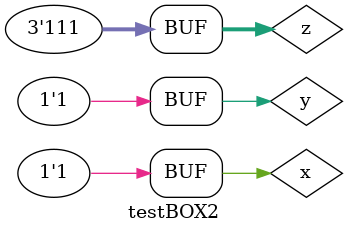
<source format=v>
module BOX1 (output s1,input e1,input e2,input e3,
input e4,input e5,input e6,input e7, input e8,
input [2:0] c1);
  
wire temp1,temp2,temp3,temp4,temp5,temp6,temp7,temp8;
wire notc0,notc1,notc2;

not NOT1 (notc0,c1[0]);
not NOT2 (notc1,c1[1]);
not NOT3 (notc2,c1[2]);
and AND1 (temp1,e1,notc0,notc1,notc2);
and AND2 (temp2,e2,c1[0],notc1,notc2);
and AND3 (temp3,e3,notc0,c1[1],notc2);
and AND4 (temp4,e4,c1[0],c1[1],notc2);
and AND5 (temp5,e5,notc0,notc1,c1[2]);
and AND6 (temp6,e6,c1[0],notc1,c1[2]);
and AND7 (temp7,e7,notc0,c1[1],c1[2]);
and AND8 (temp8,e8,c1[0],c1[1],c1[2]);

or OR1 (s1,temp1,temp2,temp3,temp4,temp5,temp6,temp7,temp8);

endmodule//BOX1

module BOX2 (output s,input a,input b,input [2:0] CH);

wire e1,e2,e3,e4,e5,e6,e7,e8,c1;

not NOT4 (e1,b);
or OR2 (e2,a,b);
nor NOR1 (e3,a,b);
and AND9 (e4,a,b);
nand NAND1 (e5,a,b);
xor XOR1 (e6,a,b);
xnor XNOR1 (e7,a,b);
not NOT5 (e8,a);
MUX selec (s,e1,e2,e3,e4,e5,e6,e7,e8,CH);
endmodule////BOX2

module testBOX2;
// ------------------------- definir dados 
reg  x,y;
reg [2:0] z;
wire s,r; 
BOX2 modulo1 ( s, x, y, z);
// ------------------------- parte principal 
initial begin 
$display("Exemplo0035 - Lucas Cardoso - 441694"); 
$display("Test module"); 
x = 'b0; y = 'b0;z= 2'b00; 
// projetar testes do modulo 
$display("\na b CH s");
#1 $monitor("%b %b %b %b",x,y,z,s);
#1 x ='b0; y ='b1; z =3'b000;  
#1 x ='b1; y ='b0; z =3'b000;
#1 x ='b1; y ='b1; z =3'b000;

#1 x ='b0; y ='b0; z =3'b001; 
#1 x ='b0; y ='b1; z =3'b001;  
#1 x ='b1; y ='b0; z =3'b001;
#1 x ='b1; y ='b1; z =3'b001;

#1 x ='b0; y ='b0; z =3'b010; 
#1 x ='b0; y ='b1; z =3'b010;  
#1 x ='b1; y ='b0; z =3'b010;
#1 x ='b1; y ='b1; z =3'b010;

#1 x ='b0; y ='b0; z =3'b011; 
#1 x ='b0; y ='b1; z =3'b011;  
#1 x ='b1; y ='b0; z =3'b011;
#1 x ='b1; y ='b1; z =3'b011;

#1 x ='b0; y ='b0; z =3'b100; 
#1 x ='b0; y ='b1; z =3'b100;  
#1 x ='b1; y ='b0; z =3'b100;
#1 x ='b1; y ='b1; z =3'b100;

#1 x ='b0; y ='b0; z =3'b101; 
#1 x ='b0; y ='b1; z =3'b101;  
#1 x ='b1; y ='b0; z =3'b101;
#1 x ='b1; y ='b1; z =3'b101;

#1 x ='b0; y ='b0; z =3'b110; 
#1 x ='b0; y ='b1; z =3'b110;  
#1 x ='b1; y ='b0; z =3'b110;
#1 x ='b1; y ='b1; z =3'b110;

#1 x ='b0; y ='b0; z =3'b111; 
#1 x ='b0; y ='b1; z =3'b111;  
#1 x ='b1; y ='b0; z =3'b111;
#1 x ='b1; y ='b1; z =3'b111;

end 
endmodule
</source>
